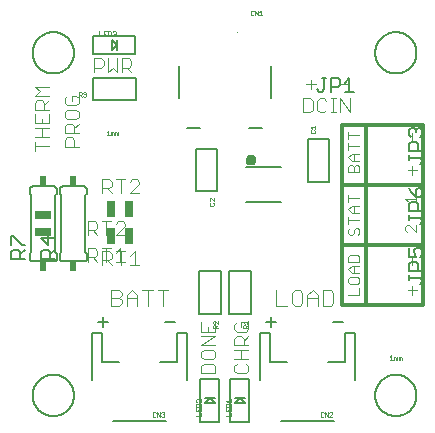
<source format=gbr>
G04 EAGLE Gerber RS-274X export*
G75*
%MOMM*%
%FSLAX34Y34*%
%LPD*%
%INSilkscreen Top*%
%IPPOS*%
%AMOC8*
5,1,8,0,0,1.08239X$1,22.5*%
G01*
%ADD10C,0.304800*%
%ADD11C,0.101600*%
%ADD12C,0.076200*%
%ADD13C,0.127000*%
%ADD14C,0.406400*%
%ADD15C,0.025400*%
%ADD16C,0.177800*%
%ADD17C,0.152400*%
%ADD18R,0.609600X0.863600*%
%ADD19R,0.650000X1.400000*%
%ADD20R,1.400000X0.650000*%


D10*
X342900Y208280D02*
X342900Y259080D01*
X294640Y259080D02*
X294640Y208280D01*
X294640Y157480D02*
X294640Y106680D01*
X342900Y106680D02*
X342900Y157480D01*
X342900Y259080D02*
X294640Y259080D01*
X294640Y106680D02*
X342900Y106680D01*
X342900Y208280D02*
X294640Y208280D01*
X342900Y208280D02*
X342900Y157480D01*
X294640Y157480D01*
X294640Y106680D02*
X274320Y106680D01*
X274320Y157480D01*
X294640Y157480D01*
X294640Y208280D01*
X274320Y208280D01*
X274320Y157480D01*
X274320Y259080D02*
X294640Y259080D01*
X274320Y259080D02*
X274320Y208280D01*
D11*
X218948Y119137D02*
X218948Y105918D01*
X227761Y105918D01*
X234248Y119137D02*
X238655Y119137D01*
X234248Y119137D02*
X232045Y116934D01*
X232045Y108121D01*
X234248Y105918D01*
X238655Y105918D01*
X240858Y108121D01*
X240858Y116934D01*
X238655Y119137D01*
X245143Y114731D02*
X245143Y105918D01*
X245143Y114731D02*
X249549Y119137D01*
X253955Y114731D01*
X253955Y105918D01*
X253955Y112528D02*
X245143Y112528D01*
X258240Y119137D02*
X258240Y105918D01*
X264849Y105918D01*
X267053Y108121D01*
X267053Y116934D01*
X264849Y119137D01*
X258240Y119137D01*
X79248Y119137D02*
X79248Y105918D01*
X79248Y119137D02*
X85858Y119137D01*
X88061Y116934D01*
X88061Y114731D01*
X85858Y112528D01*
X88061Y110324D01*
X88061Y108121D01*
X85858Y105918D01*
X79248Y105918D01*
X79248Y112528D02*
X85858Y112528D01*
X92345Y114731D02*
X92345Y105918D01*
X92345Y114731D02*
X96752Y119137D01*
X101158Y114731D01*
X101158Y105918D01*
X101158Y112528D02*
X92345Y112528D01*
X109849Y105918D02*
X109849Y119137D01*
X105443Y119137D02*
X114255Y119137D01*
X122946Y119137D02*
X122946Y105918D01*
X118540Y119137D02*
X127353Y119137D01*
X64818Y303578D02*
X64818Y315272D01*
X70665Y315272D01*
X72614Y313323D01*
X72614Y309425D01*
X70665Y307476D01*
X64818Y307476D01*
X76512Y303578D02*
X76512Y315272D01*
X80410Y307476D02*
X76512Y303578D01*
X80410Y307476D02*
X84308Y303578D01*
X84308Y315272D01*
X88206Y315272D02*
X88206Y303578D01*
X88206Y315272D02*
X94053Y315272D01*
X96002Y313323D01*
X96002Y309425D01*
X94053Y307476D01*
X88206Y307476D01*
X92104Y307476D02*
X96002Y303578D01*
X155438Y48768D02*
X167132Y48768D01*
X167132Y54615D01*
X165183Y56564D01*
X157387Y56564D01*
X155438Y54615D01*
X155438Y48768D01*
X155438Y62411D02*
X155438Y66309D01*
X155438Y62411D02*
X157387Y60462D01*
X165183Y60462D01*
X167132Y62411D01*
X167132Y66309D01*
X165183Y68258D01*
X157387Y68258D01*
X155438Y66309D01*
X155438Y72156D02*
X167132Y72156D01*
X167132Y79952D02*
X155438Y72156D01*
X155438Y79952D02*
X167132Y79952D01*
X155438Y83850D02*
X155438Y91646D01*
X155438Y83850D02*
X167132Y83850D01*
X167132Y91646D01*
X161285Y87748D02*
X161285Y83850D01*
X185327Y56564D02*
X183378Y54615D01*
X183378Y50717D01*
X185327Y48768D01*
X193123Y48768D01*
X195072Y50717D01*
X195072Y54615D01*
X193123Y56564D01*
X195072Y60462D02*
X183378Y60462D01*
X189225Y60462D02*
X189225Y68258D01*
X183378Y68258D02*
X195072Y68258D01*
X195072Y72156D02*
X183378Y72156D01*
X183378Y78003D01*
X185327Y79952D01*
X189225Y79952D01*
X191174Y78003D01*
X191174Y72156D01*
X191174Y76054D02*
X195072Y79952D01*
X185327Y91646D02*
X183378Y89697D01*
X183378Y85799D01*
X185327Y83850D01*
X193123Y83850D01*
X195072Y85799D01*
X195072Y89697D01*
X193123Y91646D01*
X189225Y91646D01*
X189225Y87748D01*
X71628Y201168D02*
X71628Y212862D01*
X77475Y212862D01*
X79424Y210913D01*
X79424Y207015D01*
X77475Y205066D01*
X71628Y205066D01*
X75526Y205066D02*
X79424Y201168D01*
X87220Y201168D02*
X87220Y212862D01*
X83322Y212862D02*
X91118Y212862D01*
X95016Y201168D02*
X102812Y201168D01*
X95016Y201168D02*
X102812Y208964D01*
X102812Y210913D01*
X100863Y212862D01*
X96965Y212862D01*
X95016Y210913D01*
X71628Y151902D02*
X71628Y140208D01*
X71628Y151902D02*
X77475Y151902D01*
X79424Y149953D01*
X79424Y146055D01*
X77475Y144106D01*
X71628Y144106D01*
X75526Y144106D02*
X79424Y140208D01*
X87220Y140208D02*
X87220Y151902D01*
X83322Y151902D02*
X91118Y151902D01*
X95016Y148004D02*
X98914Y151902D01*
X98914Y140208D01*
X95016Y140208D02*
X102812Y140208D01*
X244348Y293375D02*
X252144Y293375D01*
X248246Y297273D02*
X248246Y289477D01*
X272288Y293375D02*
X280084Y293375D01*
X241808Y281442D02*
X241808Y269748D01*
X247655Y269748D01*
X249604Y271697D01*
X249604Y279493D01*
X247655Y281442D01*
X241808Y281442D01*
X259349Y281442D02*
X261298Y279493D01*
X259349Y281442D02*
X255451Y281442D01*
X253502Y279493D01*
X253502Y271697D01*
X255451Y269748D01*
X259349Y269748D01*
X261298Y271697D01*
X265196Y269748D02*
X269094Y269748D01*
X267145Y269748D02*
X267145Y281442D01*
X265196Y281442D02*
X269094Y281442D01*
X272992Y281442D02*
X272992Y269748D01*
X280788Y269748D02*
X272992Y281442D01*
X280788Y281442D02*
X280788Y269748D01*
X334005Y122604D02*
X334005Y114808D01*
X330107Y118706D02*
X337903Y118706D01*
X334005Y140208D02*
X334005Y148004D01*
X334005Y216408D02*
X334005Y224204D01*
X330107Y220306D02*
X337903Y220306D01*
X334005Y244348D02*
X334005Y252144D01*
X26162Y240626D02*
X14468Y240626D01*
X14468Y236728D02*
X14468Y244524D01*
X14468Y248422D02*
X26162Y248422D01*
X20315Y248422D02*
X20315Y256218D01*
X14468Y256218D02*
X26162Y256218D01*
X14468Y260116D02*
X14468Y267912D01*
X14468Y260116D02*
X26162Y260116D01*
X26162Y267912D01*
X20315Y264014D02*
X20315Y260116D01*
X26162Y271810D02*
X14468Y271810D01*
X14468Y277657D01*
X16417Y279606D01*
X20315Y279606D01*
X22264Y277657D01*
X22264Y271810D01*
X22264Y275708D02*
X26162Y279606D01*
X26162Y283504D02*
X14468Y283504D01*
X18366Y287402D01*
X14468Y291300D01*
X26162Y291300D01*
X39868Y240538D02*
X51562Y240538D01*
X39868Y240538D02*
X39868Y246385D01*
X41817Y248334D01*
X45715Y248334D01*
X47664Y246385D01*
X47664Y240538D01*
X51562Y252232D02*
X39868Y252232D01*
X39868Y258079D01*
X41817Y260028D01*
X45715Y260028D01*
X47664Y258079D01*
X47664Y252232D01*
X47664Y256130D02*
X51562Y260028D01*
X39868Y265875D02*
X39868Y269773D01*
X39868Y265875D02*
X41817Y263926D01*
X49613Y263926D01*
X51562Y265875D01*
X51562Y269773D01*
X49613Y271722D01*
X41817Y271722D01*
X39868Y269773D01*
X39868Y281467D02*
X41817Y283416D01*
X39868Y281467D02*
X39868Y277569D01*
X41817Y275620D01*
X49613Y275620D01*
X51562Y277569D01*
X51562Y281467D01*
X49613Y283416D01*
X45715Y283416D01*
X45715Y279518D01*
D12*
X279773Y114681D02*
X289179Y114681D01*
X289179Y120952D01*
X279773Y125604D02*
X279773Y128739D01*
X279773Y125604D02*
X281341Y124036D01*
X287611Y124036D01*
X289179Y125604D01*
X289179Y128739D01*
X287611Y130307D01*
X281341Y130307D01*
X279773Y128739D01*
X282908Y133391D02*
X289179Y133391D01*
X282908Y133391D02*
X279773Y136527D01*
X282908Y139662D01*
X289179Y139662D01*
X284476Y139662D02*
X284476Y133391D01*
X279773Y142747D02*
X289179Y142747D01*
X289179Y147450D01*
X287611Y149017D01*
X281341Y149017D01*
X279773Y147450D01*
X279773Y142747D01*
X279773Y218821D02*
X289179Y218821D01*
X279773Y218821D02*
X279773Y223524D01*
X281341Y225092D01*
X282908Y225092D01*
X284476Y223524D01*
X286044Y225092D01*
X287611Y225092D01*
X289179Y223524D01*
X289179Y218821D01*
X284476Y218821D02*
X284476Y223524D01*
X282908Y228176D02*
X289179Y228176D01*
X282908Y228176D02*
X279773Y231312D01*
X282908Y234447D01*
X289179Y234447D01*
X284476Y234447D02*
X284476Y228176D01*
X289179Y240667D02*
X279773Y240667D01*
X279773Y243802D02*
X279773Y237531D01*
X279773Y250022D02*
X289179Y250022D01*
X279773Y246887D02*
X279773Y253157D01*
X281341Y171752D02*
X279773Y170184D01*
X279773Y167049D01*
X281341Y165481D01*
X282908Y165481D01*
X284476Y167049D01*
X284476Y170184D01*
X286044Y171752D01*
X287611Y171752D01*
X289179Y170184D01*
X289179Y167049D01*
X287611Y165481D01*
X289179Y177972D02*
X279773Y177972D01*
X279773Y181107D02*
X279773Y174836D01*
X282908Y184191D02*
X289179Y184191D01*
X282908Y184191D02*
X279773Y187327D01*
X282908Y190462D01*
X289179Y190462D01*
X284476Y190462D02*
X284476Y184191D01*
X289179Y196682D02*
X279773Y196682D01*
X279773Y193547D02*
X279773Y199817D01*
X328033Y196556D02*
X331168Y193421D01*
X328033Y196556D02*
X337439Y196556D01*
X337439Y193421D02*
X337439Y199692D01*
X337439Y174292D02*
X337439Y168021D01*
X331168Y174292D01*
X329601Y174292D01*
X328033Y172724D01*
X328033Y169589D01*
X329601Y168021D01*
D13*
X223120Y223600D02*
X193120Y223600D01*
X193120Y193600D02*
X223120Y193600D01*
D14*
X195120Y229600D02*
X195122Y229689D01*
X195128Y229778D01*
X195138Y229867D01*
X195152Y229955D01*
X195169Y230042D01*
X195191Y230128D01*
X195217Y230214D01*
X195246Y230298D01*
X195279Y230381D01*
X195315Y230462D01*
X195356Y230542D01*
X195399Y230619D01*
X195446Y230695D01*
X195497Y230768D01*
X195550Y230839D01*
X195607Y230908D01*
X195667Y230974D01*
X195730Y231038D01*
X195795Y231098D01*
X195863Y231156D01*
X195934Y231210D01*
X196007Y231261D01*
X196082Y231309D01*
X196159Y231354D01*
X196238Y231395D01*
X196319Y231432D01*
X196401Y231466D01*
X196485Y231497D01*
X196570Y231523D01*
X196656Y231546D01*
X196743Y231564D01*
X196831Y231579D01*
X196920Y231590D01*
X197009Y231597D01*
X197098Y231600D01*
X197187Y231599D01*
X197276Y231594D01*
X197364Y231585D01*
X197453Y231572D01*
X197540Y231555D01*
X197627Y231535D01*
X197713Y231510D01*
X197797Y231482D01*
X197880Y231450D01*
X197962Y231414D01*
X198042Y231375D01*
X198120Y231332D01*
X198196Y231286D01*
X198270Y231236D01*
X198342Y231183D01*
X198411Y231127D01*
X198478Y231068D01*
X198542Y231006D01*
X198603Y230942D01*
X198662Y230874D01*
X198717Y230804D01*
X198769Y230732D01*
X198818Y230657D01*
X198863Y230581D01*
X198905Y230502D01*
X198943Y230422D01*
X198978Y230340D01*
X199009Y230256D01*
X199037Y230171D01*
X199060Y230085D01*
X199080Y229998D01*
X199096Y229911D01*
X199108Y229822D01*
X199116Y229734D01*
X199120Y229645D01*
X199120Y229555D01*
X199116Y229466D01*
X199108Y229378D01*
X199096Y229289D01*
X199080Y229202D01*
X199060Y229115D01*
X199037Y229029D01*
X199009Y228944D01*
X198978Y228860D01*
X198943Y228778D01*
X198905Y228698D01*
X198863Y228619D01*
X198818Y228543D01*
X198769Y228468D01*
X198717Y228396D01*
X198662Y228326D01*
X198603Y228258D01*
X198542Y228194D01*
X198478Y228132D01*
X198411Y228073D01*
X198342Y228017D01*
X198270Y227964D01*
X198196Y227914D01*
X198120Y227868D01*
X198042Y227825D01*
X197962Y227786D01*
X197880Y227750D01*
X197797Y227718D01*
X197713Y227690D01*
X197627Y227665D01*
X197540Y227645D01*
X197453Y227628D01*
X197364Y227615D01*
X197276Y227606D01*
X197187Y227601D01*
X197098Y227600D01*
X197009Y227603D01*
X196920Y227610D01*
X196831Y227621D01*
X196743Y227636D01*
X196656Y227654D01*
X196570Y227677D01*
X196485Y227703D01*
X196401Y227734D01*
X196319Y227768D01*
X196238Y227805D01*
X196159Y227846D01*
X196082Y227891D01*
X196007Y227939D01*
X195934Y227990D01*
X195863Y228044D01*
X195795Y228102D01*
X195730Y228162D01*
X195667Y228226D01*
X195607Y228292D01*
X195550Y228361D01*
X195497Y228432D01*
X195446Y228505D01*
X195399Y228581D01*
X195356Y228658D01*
X195315Y228738D01*
X195279Y228819D01*
X195246Y228902D01*
X195217Y228986D01*
X195191Y229072D01*
X195169Y229158D01*
X195152Y229245D01*
X195138Y229333D01*
X195128Y229422D01*
X195122Y229511D01*
X195120Y229600D01*
D15*
X193247Y229540D02*
X193247Y226363D01*
X193883Y225727D01*
X195154Y225727D01*
X195789Y226363D01*
X195789Y229540D01*
X196989Y228269D02*
X198260Y229540D01*
X198260Y225727D01*
X196989Y225727D02*
X199531Y225727D01*
D11*
X185383Y337601D02*
X185382Y337601D01*
D13*
X214000Y308540D02*
X214000Y281540D01*
X136000Y281540D02*
X136000Y308540D01*
X196000Y256540D02*
X207000Y256540D01*
X154000Y256540D02*
X143000Y256540D01*
D15*
X199543Y354961D02*
X198907Y355596D01*
X197636Y355596D01*
X197001Y354961D01*
X197001Y352419D01*
X197636Y351783D01*
X198907Y351783D01*
X199543Y352419D01*
X200743Y351783D02*
X200743Y355596D01*
X203285Y351783D01*
X203285Y355596D01*
X204485Y354325D02*
X205756Y355596D01*
X205756Y351783D01*
X204485Y351783D02*
X207027Y351783D01*
D13*
X222610Y8100D02*
X267610Y8100D01*
X205110Y43100D02*
X205110Y83100D01*
X213610Y83100D01*
X213610Y58100D01*
X227610Y58100D01*
X262610Y58100D02*
X276610Y58100D01*
X276610Y83100D01*
X285110Y83100D01*
X285110Y43100D01*
D16*
X218346Y91953D02*
X210042Y91953D01*
X214194Y87801D02*
X214194Y96106D01*
X267192Y91953D02*
X275496Y91953D01*
D15*
X258142Y15751D02*
X258778Y15116D01*
X258142Y15751D02*
X256871Y15751D01*
X256236Y15116D01*
X256236Y12574D01*
X256871Y11938D01*
X258142Y11938D01*
X258778Y12574D01*
X259978Y11938D02*
X259978Y15751D01*
X262520Y11938D01*
X262520Y15751D01*
X263720Y11938D02*
X266262Y11938D01*
X263720Y11938D02*
X266262Y14480D01*
X266262Y15116D01*
X265627Y15751D01*
X264355Y15751D01*
X263720Y15116D01*
D13*
X187960Y27400D02*
X183960Y27400D01*
X187960Y27400D02*
X191960Y27400D01*
X187960Y27400D02*
X183960Y23400D01*
X191960Y23400D01*
X187960Y27400D01*
X193690Y7415D02*
X194930Y7415D01*
X193690Y7415D02*
X179960Y7415D01*
X179960Y43385D01*
X194930Y43385D01*
X194960Y43385D02*
X195960Y43385D01*
X195960Y7415D01*
X193690Y7415D01*
D15*
X180213Y12827D02*
X176400Y12827D01*
X180213Y12827D02*
X180213Y15369D01*
X176400Y16569D02*
X176400Y19111D01*
X176400Y16569D02*
X180213Y16569D01*
X180213Y19111D01*
X178306Y17840D02*
X178306Y16569D01*
X176400Y20311D02*
X180213Y20311D01*
X180213Y22218D01*
X179577Y22853D01*
X177035Y22853D01*
X176400Y22218D01*
X176400Y20311D01*
X177671Y24053D02*
X176400Y25324D01*
X180213Y25324D01*
X180213Y24053D02*
X180213Y26595D01*
D13*
X162560Y27400D02*
X158560Y27400D01*
X162560Y27400D02*
X166560Y27400D01*
X162560Y27400D02*
X158560Y23400D01*
X166560Y23400D01*
X162560Y27400D01*
X168290Y7415D02*
X169530Y7415D01*
X168290Y7415D02*
X154560Y7415D01*
X154560Y43385D01*
X169530Y43385D01*
X169560Y43385D02*
X170560Y43385D01*
X170560Y7415D01*
X168290Y7415D01*
D15*
X154813Y12827D02*
X151000Y12827D01*
X154813Y12827D02*
X154813Y15369D01*
X151000Y16569D02*
X151000Y19111D01*
X151000Y16569D02*
X154813Y16569D01*
X154813Y19111D01*
X152906Y17840D02*
X152906Y16569D01*
X151000Y20311D02*
X154813Y20311D01*
X154813Y22218D01*
X154177Y22853D01*
X151635Y22853D01*
X151000Y22218D01*
X151000Y20311D01*
X154813Y24053D02*
X154813Y26595D01*
X154813Y24053D02*
X152271Y26595D01*
X151635Y26595D01*
X151000Y25960D01*
X151000Y24689D01*
X151635Y24053D01*
D13*
X178960Y98840D02*
X196960Y98840D01*
X178960Y98840D02*
X178960Y134840D01*
X196960Y134840D01*
X196960Y98840D01*
D15*
X194437Y86623D02*
X190624Y86623D01*
X190624Y88529D01*
X191259Y89165D01*
X192530Y89165D01*
X193166Y88529D01*
X193166Y86623D01*
X193166Y87894D02*
X194437Y89165D01*
X191895Y90365D02*
X190624Y91636D01*
X194437Y91636D01*
X194437Y90365D02*
X194437Y92907D01*
D13*
X171560Y98840D02*
X153560Y98840D01*
X153560Y134840D01*
X171560Y134840D01*
X171560Y98840D01*
D15*
X169037Y86623D02*
X165224Y86623D01*
X165224Y88529D01*
X165859Y89165D01*
X167130Y89165D01*
X167766Y88529D01*
X167766Y86623D01*
X167766Y87894D02*
X169037Y89165D01*
X169037Y90365D02*
X169037Y92907D01*
X169037Y90365D02*
X166495Y92907D01*
X165859Y92907D01*
X165224Y92272D01*
X165224Y91000D01*
X165859Y90365D01*
D13*
X83600Y326550D02*
X83600Y330550D01*
X83600Y326550D02*
X83600Y322550D01*
X83600Y326550D02*
X79600Y330550D01*
X79600Y322550D01*
X83600Y326550D01*
X63615Y320820D02*
X63615Y319580D01*
X63615Y320820D02*
X63615Y334550D01*
X99585Y334550D01*
X99585Y319580D01*
X99585Y319550D02*
X99585Y318550D01*
X63615Y318550D01*
X63615Y320820D01*
D15*
X69027Y334297D02*
X69027Y338110D01*
X69027Y334297D02*
X71569Y334297D01*
X72769Y338110D02*
X75311Y338110D01*
X72769Y338110D02*
X72769Y334297D01*
X75311Y334297D01*
X74040Y336204D02*
X72769Y336204D01*
X76511Y338110D02*
X76511Y334297D01*
X78418Y334297D01*
X79053Y334933D01*
X79053Y337475D01*
X78418Y338110D01*
X76511Y338110D01*
X80253Y337475D02*
X80889Y338110D01*
X82160Y338110D01*
X82795Y337475D01*
X82795Y336839D01*
X82160Y336204D01*
X81524Y336204D01*
X82160Y336204D02*
X82795Y335568D01*
X82795Y334933D01*
X82160Y334297D01*
X80889Y334297D01*
X80253Y334933D01*
D13*
X63600Y298400D02*
X63600Y280400D01*
X63600Y298400D02*
X99600Y298400D01*
X99600Y280400D01*
X63600Y280400D01*
D15*
X51383Y282923D02*
X51383Y286736D01*
X53289Y286736D01*
X53925Y286101D01*
X53925Y284830D01*
X53289Y284194D01*
X51383Y284194D01*
X52654Y284194D02*
X53925Y282923D01*
X55125Y286101D02*
X55760Y286736D01*
X57032Y286736D01*
X57667Y286101D01*
X57667Y285465D01*
X57032Y284830D01*
X56396Y284830D01*
X57032Y284830D02*
X57667Y284194D01*
X57667Y283559D01*
X57032Y282923D01*
X55760Y282923D01*
X55125Y283559D01*
D13*
X80370Y8100D02*
X125370Y8100D01*
X62870Y43100D02*
X62870Y83100D01*
X71370Y83100D01*
X71370Y58100D01*
X85370Y58100D01*
X120370Y58100D02*
X134370Y58100D01*
X134370Y83100D01*
X142870Y83100D01*
X142870Y43100D01*
D16*
X76106Y91953D02*
X67802Y91953D01*
X71954Y87801D02*
X71954Y96106D01*
X124952Y91953D02*
X133256Y91953D01*
D15*
X115902Y15751D02*
X116538Y15116D01*
X115902Y15751D02*
X114631Y15751D01*
X113996Y15116D01*
X113996Y12574D01*
X114631Y11938D01*
X115902Y11938D01*
X116538Y12574D01*
X117738Y11938D02*
X117738Y15751D01*
X120280Y11938D01*
X120280Y15751D01*
X121480Y15116D02*
X122115Y15751D01*
X123387Y15751D01*
X124022Y15116D01*
X124022Y14480D01*
X123387Y13845D01*
X122751Y13845D01*
X123387Y13845D02*
X124022Y13209D01*
X124022Y12574D01*
X123387Y11938D01*
X122115Y11938D01*
X121480Y12574D01*
D17*
X38100Y143510D02*
X38000Y143512D01*
X37901Y143518D01*
X37801Y143528D01*
X37703Y143541D01*
X37604Y143559D01*
X37507Y143580D01*
X37411Y143605D01*
X37315Y143634D01*
X37221Y143667D01*
X37128Y143703D01*
X37037Y143743D01*
X36947Y143787D01*
X36859Y143834D01*
X36773Y143884D01*
X36689Y143938D01*
X36607Y143995D01*
X36528Y144055D01*
X36450Y144119D01*
X36376Y144185D01*
X36304Y144254D01*
X36235Y144326D01*
X36169Y144400D01*
X36105Y144478D01*
X36045Y144557D01*
X35988Y144639D01*
X35934Y144723D01*
X35884Y144809D01*
X35837Y144897D01*
X35793Y144987D01*
X35753Y145078D01*
X35717Y145171D01*
X35684Y145265D01*
X35655Y145361D01*
X35630Y145457D01*
X35609Y145554D01*
X35591Y145653D01*
X35578Y145751D01*
X35568Y145851D01*
X35562Y145950D01*
X35560Y146050D01*
X55880Y143510D02*
X55980Y143512D01*
X56079Y143518D01*
X56179Y143528D01*
X56277Y143541D01*
X56376Y143559D01*
X56473Y143580D01*
X56569Y143605D01*
X56665Y143634D01*
X56759Y143667D01*
X56852Y143703D01*
X56943Y143743D01*
X57033Y143787D01*
X57121Y143834D01*
X57207Y143884D01*
X57291Y143938D01*
X57373Y143995D01*
X57452Y144055D01*
X57530Y144119D01*
X57604Y144185D01*
X57676Y144254D01*
X57745Y144326D01*
X57811Y144400D01*
X57875Y144478D01*
X57935Y144557D01*
X57992Y144639D01*
X58046Y144723D01*
X58096Y144809D01*
X58143Y144897D01*
X58187Y144987D01*
X58227Y145078D01*
X58263Y145171D01*
X58296Y145265D01*
X58325Y145361D01*
X58350Y145457D01*
X58371Y145554D01*
X58389Y145653D01*
X58402Y145751D01*
X58412Y145851D01*
X58418Y145950D01*
X58420Y146050D01*
X58420Y204470D02*
X58418Y204570D01*
X58412Y204669D01*
X58402Y204769D01*
X58389Y204867D01*
X58371Y204966D01*
X58350Y205063D01*
X58325Y205159D01*
X58296Y205255D01*
X58263Y205349D01*
X58227Y205442D01*
X58187Y205533D01*
X58143Y205623D01*
X58096Y205711D01*
X58046Y205797D01*
X57992Y205881D01*
X57935Y205963D01*
X57875Y206042D01*
X57811Y206120D01*
X57745Y206194D01*
X57676Y206266D01*
X57604Y206335D01*
X57530Y206401D01*
X57452Y206465D01*
X57373Y206525D01*
X57291Y206582D01*
X57207Y206636D01*
X57121Y206686D01*
X57033Y206733D01*
X56943Y206777D01*
X56852Y206817D01*
X56759Y206853D01*
X56665Y206886D01*
X56569Y206915D01*
X56473Y206940D01*
X56376Y206961D01*
X56277Y206979D01*
X56179Y206992D01*
X56079Y207002D01*
X55980Y207008D01*
X55880Y207010D01*
X38100Y207010D02*
X38000Y207008D01*
X37901Y207002D01*
X37801Y206992D01*
X37703Y206979D01*
X37604Y206961D01*
X37507Y206940D01*
X37411Y206915D01*
X37315Y206886D01*
X37221Y206853D01*
X37128Y206817D01*
X37037Y206777D01*
X36947Y206733D01*
X36859Y206686D01*
X36773Y206636D01*
X36689Y206582D01*
X36607Y206525D01*
X36528Y206465D01*
X36450Y206401D01*
X36376Y206335D01*
X36304Y206266D01*
X36235Y206194D01*
X36169Y206120D01*
X36105Y206042D01*
X36045Y205963D01*
X35988Y205881D01*
X35934Y205797D01*
X35884Y205711D01*
X35837Y205623D01*
X35793Y205533D01*
X35753Y205442D01*
X35717Y205349D01*
X35684Y205255D01*
X35655Y205159D01*
X35630Y205063D01*
X35609Y204966D01*
X35591Y204867D01*
X35578Y204769D01*
X35568Y204669D01*
X35562Y204570D01*
X35560Y204470D01*
X38100Y143510D02*
X55880Y143510D01*
X35560Y146050D02*
X35560Y149860D01*
X36830Y151130D01*
X58420Y149860D02*
X58420Y146050D01*
X58420Y149860D02*
X57150Y151130D01*
X36830Y199390D02*
X35560Y200660D01*
X36830Y199390D02*
X36830Y151130D01*
X57150Y199390D02*
X58420Y200660D01*
X57150Y199390D02*
X57150Y151130D01*
X35560Y200660D02*
X35560Y204470D01*
X58420Y204470D02*
X58420Y200660D01*
X55880Y207010D02*
X38100Y207010D01*
D18*
X46990Y211328D03*
X46990Y139192D03*
D13*
X31115Y145415D02*
X19675Y145415D01*
X19675Y151135D01*
X21582Y153042D01*
X25395Y153042D01*
X27302Y151135D01*
X27302Y145415D01*
X27302Y149228D02*
X31115Y153042D01*
X31115Y162829D02*
X19675Y162829D01*
X25395Y157109D01*
X25395Y164735D01*
D15*
X75047Y252509D02*
X76318Y253780D01*
X76318Y249967D01*
X75047Y249967D02*
X77589Y249967D01*
X78789Y249967D02*
X78789Y252509D01*
X79425Y252509D01*
X80060Y251874D01*
X80060Y249967D01*
X80060Y251874D02*
X80696Y252509D01*
X81331Y251874D01*
X81331Y249967D01*
X82531Y249967D02*
X82531Y252509D01*
X83167Y252509D01*
X83802Y251874D01*
X83802Y249967D01*
X83802Y251874D02*
X84438Y252509D01*
X85073Y251874D01*
X85073Y249967D01*
D13*
X340866Y225395D02*
X342773Y227302D01*
X342773Y229208D01*
X340866Y231115D01*
X331333Y231115D01*
X331333Y229208D02*
X331333Y233022D01*
X331333Y237089D02*
X342773Y237089D01*
X331333Y237089D02*
X331333Y242809D01*
X333240Y244716D01*
X337053Y244716D01*
X338960Y242809D01*
X338960Y237089D01*
X333240Y248783D02*
X331333Y250690D01*
X331333Y254503D01*
X333240Y256409D01*
X335147Y256409D01*
X337053Y254503D01*
X337053Y252596D01*
X337053Y254503D02*
X338960Y256409D01*
X340866Y256409D01*
X342773Y254503D01*
X342773Y250690D01*
X340866Y248783D01*
D15*
X316318Y63780D02*
X315047Y62509D01*
X316318Y63780D02*
X316318Y59967D01*
X315047Y59967D02*
X317589Y59967D01*
X318789Y59967D02*
X318789Y62509D01*
X319425Y62509D01*
X320060Y61874D01*
X320060Y59967D01*
X320060Y61874D02*
X320696Y62509D01*
X321331Y61874D01*
X321331Y59967D01*
X322531Y59967D02*
X322531Y62509D01*
X323167Y62509D01*
X323802Y61874D01*
X323802Y59967D01*
X323802Y61874D02*
X324438Y62509D01*
X325073Y61874D01*
X325073Y59967D01*
D13*
X340866Y123795D02*
X342773Y125702D01*
X342773Y127608D01*
X340866Y129515D01*
X331333Y129515D01*
X331333Y127608D02*
X331333Y131422D01*
X331333Y135489D02*
X342773Y135489D01*
X331333Y135489D02*
X331333Y141209D01*
X333240Y143116D01*
X337053Y143116D01*
X338960Y141209D01*
X338960Y135489D01*
X331333Y147183D02*
X331333Y154809D01*
X331333Y147183D02*
X337053Y147183D01*
X335147Y150996D01*
X335147Y152903D01*
X337053Y154809D01*
X340866Y154809D01*
X342773Y152903D01*
X342773Y149090D01*
X340866Y147183D01*
X168700Y202820D02*
X150700Y202820D01*
X150700Y238820D01*
X168700Y238820D01*
X168700Y202820D01*
D15*
X162999Y193145D02*
X162364Y192509D01*
X162364Y191238D01*
X162999Y190603D01*
X165541Y190603D01*
X166177Y191238D01*
X166177Y192509D01*
X165541Y193145D01*
X166177Y194345D02*
X166177Y196887D01*
X166177Y194345D02*
X163635Y196887D01*
X162999Y196887D01*
X162364Y196252D01*
X162364Y194980D01*
X162999Y194345D01*
D13*
X245320Y246760D02*
X263320Y246760D01*
X263320Y210760D01*
X245320Y210760D01*
X245320Y246760D01*
D15*
X247840Y253654D02*
X248475Y254289D01*
X247840Y253654D02*
X247840Y252383D01*
X248475Y251747D01*
X251017Y251747D01*
X251653Y252383D01*
X251653Y253654D01*
X251017Y254289D01*
X249111Y255489D02*
X247840Y256760D01*
X251653Y256760D01*
X251653Y255489D02*
X251653Y258031D01*
D17*
X302500Y30000D02*
X302505Y30429D01*
X302521Y30859D01*
X302547Y31287D01*
X302584Y31715D01*
X302632Y32142D01*
X302689Y32568D01*
X302758Y32992D01*
X302836Y33414D01*
X302925Y33834D01*
X303024Y34252D01*
X303134Y34667D01*
X303254Y35080D01*
X303383Y35489D01*
X303523Y35896D01*
X303673Y36298D01*
X303832Y36697D01*
X304001Y37092D01*
X304180Y37482D01*
X304369Y37868D01*
X304566Y38249D01*
X304773Y38626D01*
X304990Y38997D01*
X305215Y39362D01*
X305449Y39722D01*
X305692Y40077D01*
X305944Y40425D01*
X306204Y40767D01*
X306472Y41102D01*
X306749Y41431D01*
X307033Y41752D01*
X307326Y42067D01*
X307626Y42374D01*
X307933Y42674D01*
X308248Y42967D01*
X308569Y43251D01*
X308898Y43528D01*
X309233Y43796D01*
X309575Y44056D01*
X309923Y44308D01*
X310278Y44551D01*
X310638Y44785D01*
X311003Y45010D01*
X311374Y45227D01*
X311751Y45434D01*
X312132Y45631D01*
X312518Y45820D01*
X312908Y45999D01*
X313303Y46168D01*
X313702Y46327D01*
X314104Y46477D01*
X314511Y46617D01*
X314920Y46746D01*
X315333Y46866D01*
X315748Y46976D01*
X316166Y47075D01*
X316586Y47164D01*
X317008Y47242D01*
X317432Y47311D01*
X317858Y47368D01*
X318285Y47416D01*
X318713Y47453D01*
X319141Y47479D01*
X319571Y47495D01*
X320000Y47500D01*
X320429Y47495D01*
X320859Y47479D01*
X321287Y47453D01*
X321715Y47416D01*
X322142Y47368D01*
X322568Y47311D01*
X322992Y47242D01*
X323414Y47164D01*
X323834Y47075D01*
X324252Y46976D01*
X324667Y46866D01*
X325080Y46746D01*
X325489Y46617D01*
X325896Y46477D01*
X326298Y46327D01*
X326697Y46168D01*
X327092Y45999D01*
X327482Y45820D01*
X327868Y45631D01*
X328249Y45434D01*
X328626Y45227D01*
X328997Y45010D01*
X329362Y44785D01*
X329722Y44551D01*
X330077Y44308D01*
X330425Y44056D01*
X330767Y43796D01*
X331102Y43528D01*
X331431Y43251D01*
X331752Y42967D01*
X332067Y42674D01*
X332374Y42374D01*
X332674Y42067D01*
X332967Y41752D01*
X333251Y41431D01*
X333528Y41102D01*
X333796Y40767D01*
X334056Y40425D01*
X334308Y40077D01*
X334551Y39722D01*
X334785Y39362D01*
X335010Y38997D01*
X335227Y38626D01*
X335434Y38249D01*
X335631Y37868D01*
X335820Y37482D01*
X335999Y37092D01*
X336168Y36697D01*
X336327Y36298D01*
X336477Y35896D01*
X336617Y35489D01*
X336746Y35080D01*
X336866Y34667D01*
X336976Y34252D01*
X337075Y33834D01*
X337164Y33414D01*
X337242Y32992D01*
X337311Y32568D01*
X337368Y32142D01*
X337416Y31715D01*
X337453Y31287D01*
X337479Y30859D01*
X337495Y30429D01*
X337500Y30000D01*
X337495Y29571D01*
X337479Y29141D01*
X337453Y28713D01*
X337416Y28285D01*
X337368Y27858D01*
X337311Y27432D01*
X337242Y27008D01*
X337164Y26586D01*
X337075Y26166D01*
X336976Y25748D01*
X336866Y25333D01*
X336746Y24920D01*
X336617Y24511D01*
X336477Y24104D01*
X336327Y23702D01*
X336168Y23303D01*
X335999Y22908D01*
X335820Y22518D01*
X335631Y22132D01*
X335434Y21751D01*
X335227Y21374D01*
X335010Y21003D01*
X334785Y20638D01*
X334551Y20278D01*
X334308Y19923D01*
X334056Y19575D01*
X333796Y19233D01*
X333528Y18898D01*
X333251Y18569D01*
X332967Y18248D01*
X332674Y17933D01*
X332374Y17626D01*
X332067Y17326D01*
X331752Y17033D01*
X331431Y16749D01*
X331102Y16472D01*
X330767Y16204D01*
X330425Y15944D01*
X330077Y15692D01*
X329722Y15449D01*
X329362Y15215D01*
X328997Y14990D01*
X328626Y14773D01*
X328249Y14566D01*
X327868Y14369D01*
X327482Y14180D01*
X327092Y14001D01*
X326697Y13832D01*
X326298Y13673D01*
X325896Y13523D01*
X325489Y13383D01*
X325080Y13254D01*
X324667Y13134D01*
X324252Y13024D01*
X323834Y12925D01*
X323414Y12836D01*
X322992Y12758D01*
X322568Y12689D01*
X322142Y12632D01*
X321715Y12584D01*
X321287Y12547D01*
X320859Y12521D01*
X320429Y12505D01*
X320000Y12500D01*
X319571Y12505D01*
X319141Y12521D01*
X318713Y12547D01*
X318285Y12584D01*
X317858Y12632D01*
X317432Y12689D01*
X317008Y12758D01*
X316586Y12836D01*
X316166Y12925D01*
X315748Y13024D01*
X315333Y13134D01*
X314920Y13254D01*
X314511Y13383D01*
X314104Y13523D01*
X313702Y13673D01*
X313303Y13832D01*
X312908Y14001D01*
X312518Y14180D01*
X312132Y14369D01*
X311751Y14566D01*
X311374Y14773D01*
X311003Y14990D01*
X310638Y15215D01*
X310278Y15449D01*
X309923Y15692D01*
X309575Y15944D01*
X309233Y16204D01*
X308898Y16472D01*
X308569Y16749D01*
X308248Y17033D01*
X307933Y17326D01*
X307626Y17626D01*
X307326Y17933D01*
X307033Y18248D01*
X306749Y18569D01*
X306472Y18898D01*
X306204Y19233D01*
X305944Y19575D01*
X305692Y19923D01*
X305449Y20278D01*
X305215Y20638D01*
X304990Y21003D01*
X304773Y21374D01*
X304566Y21751D01*
X304369Y22132D01*
X304180Y22518D01*
X304001Y22908D01*
X303832Y23303D01*
X303673Y23702D01*
X303523Y24104D01*
X303383Y24511D01*
X303254Y24920D01*
X303134Y25333D01*
X303024Y25748D01*
X302925Y26166D01*
X302836Y26586D01*
X302758Y27008D01*
X302689Y27432D01*
X302632Y27858D01*
X302584Y28285D01*
X302547Y28713D01*
X302521Y29141D01*
X302505Y29571D01*
X302500Y30000D01*
X302500Y320000D02*
X302505Y320429D01*
X302521Y320859D01*
X302547Y321287D01*
X302584Y321715D01*
X302632Y322142D01*
X302689Y322568D01*
X302758Y322992D01*
X302836Y323414D01*
X302925Y323834D01*
X303024Y324252D01*
X303134Y324667D01*
X303254Y325080D01*
X303383Y325489D01*
X303523Y325896D01*
X303673Y326298D01*
X303832Y326697D01*
X304001Y327092D01*
X304180Y327482D01*
X304369Y327868D01*
X304566Y328249D01*
X304773Y328626D01*
X304990Y328997D01*
X305215Y329362D01*
X305449Y329722D01*
X305692Y330077D01*
X305944Y330425D01*
X306204Y330767D01*
X306472Y331102D01*
X306749Y331431D01*
X307033Y331752D01*
X307326Y332067D01*
X307626Y332374D01*
X307933Y332674D01*
X308248Y332967D01*
X308569Y333251D01*
X308898Y333528D01*
X309233Y333796D01*
X309575Y334056D01*
X309923Y334308D01*
X310278Y334551D01*
X310638Y334785D01*
X311003Y335010D01*
X311374Y335227D01*
X311751Y335434D01*
X312132Y335631D01*
X312518Y335820D01*
X312908Y335999D01*
X313303Y336168D01*
X313702Y336327D01*
X314104Y336477D01*
X314511Y336617D01*
X314920Y336746D01*
X315333Y336866D01*
X315748Y336976D01*
X316166Y337075D01*
X316586Y337164D01*
X317008Y337242D01*
X317432Y337311D01*
X317858Y337368D01*
X318285Y337416D01*
X318713Y337453D01*
X319141Y337479D01*
X319571Y337495D01*
X320000Y337500D01*
X320429Y337495D01*
X320859Y337479D01*
X321287Y337453D01*
X321715Y337416D01*
X322142Y337368D01*
X322568Y337311D01*
X322992Y337242D01*
X323414Y337164D01*
X323834Y337075D01*
X324252Y336976D01*
X324667Y336866D01*
X325080Y336746D01*
X325489Y336617D01*
X325896Y336477D01*
X326298Y336327D01*
X326697Y336168D01*
X327092Y335999D01*
X327482Y335820D01*
X327868Y335631D01*
X328249Y335434D01*
X328626Y335227D01*
X328997Y335010D01*
X329362Y334785D01*
X329722Y334551D01*
X330077Y334308D01*
X330425Y334056D01*
X330767Y333796D01*
X331102Y333528D01*
X331431Y333251D01*
X331752Y332967D01*
X332067Y332674D01*
X332374Y332374D01*
X332674Y332067D01*
X332967Y331752D01*
X333251Y331431D01*
X333528Y331102D01*
X333796Y330767D01*
X334056Y330425D01*
X334308Y330077D01*
X334551Y329722D01*
X334785Y329362D01*
X335010Y328997D01*
X335227Y328626D01*
X335434Y328249D01*
X335631Y327868D01*
X335820Y327482D01*
X335999Y327092D01*
X336168Y326697D01*
X336327Y326298D01*
X336477Y325896D01*
X336617Y325489D01*
X336746Y325080D01*
X336866Y324667D01*
X336976Y324252D01*
X337075Y323834D01*
X337164Y323414D01*
X337242Y322992D01*
X337311Y322568D01*
X337368Y322142D01*
X337416Y321715D01*
X337453Y321287D01*
X337479Y320859D01*
X337495Y320429D01*
X337500Y320000D01*
X337495Y319571D01*
X337479Y319141D01*
X337453Y318713D01*
X337416Y318285D01*
X337368Y317858D01*
X337311Y317432D01*
X337242Y317008D01*
X337164Y316586D01*
X337075Y316166D01*
X336976Y315748D01*
X336866Y315333D01*
X336746Y314920D01*
X336617Y314511D01*
X336477Y314104D01*
X336327Y313702D01*
X336168Y313303D01*
X335999Y312908D01*
X335820Y312518D01*
X335631Y312132D01*
X335434Y311751D01*
X335227Y311374D01*
X335010Y311003D01*
X334785Y310638D01*
X334551Y310278D01*
X334308Y309923D01*
X334056Y309575D01*
X333796Y309233D01*
X333528Y308898D01*
X333251Y308569D01*
X332967Y308248D01*
X332674Y307933D01*
X332374Y307626D01*
X332067Y307326D01*
X331752Y307033D01*
X331431Y306749D01*
X331102Y306472D01*
X330767Y306204D01*
X330425Y305944D01*
X330077Y305692D01*
X329722Y305449D01*
X329362Y305215D01*
X328997Y304990D01*
X328626Y304773D01*
X328249Y304566D01*
X327868Y304369D01*
X327482Y304180D01*
X327092Y304001D01*
X326697Y303832D01*
X326298Y303673D01*
X325896Y303523D01*
X325489Y303383D01*
X325080Y303254D01*
X324667Y303134D01*
X324252Y303024D01*
X323834Y302925D01*
X323414Y302836D01*
X322992Y302758D01*
X322568Y302689D01*
X322142Y302632D01*
X321715Y302584D01*
X321287Y302547D01*
X320859Y302521D01*
X320429Y302505D01*
X320000Y302500D01*
X319571Y302505D01*
X319141Y302521D01*
X318713Y302547D01*
X318285Y302584D01*
X317858Y302632D01*
X317432Y302689D01*
X317008Y302758D01*
X316586Y302836D01*
X316166Y302925D01*
X315748Y303024D01*
X315333Y303134D01*
X314920Y303254D01*
X314511Y303383D01*
X314104Y303523D01*
X313702Y303673D01*
X313303Y303832D01*
X312908Y304001D01*
X312518Y304180D01*
X312132Y304369D01*
X311751Y304566D01*
X311374Y304773D01*
X311003Y304990D01*
X310638Y305215D01*
X310278Y305449D01*
X309923Y305692D01*
X309575Y305944D01*
X309233Y306204D01*
X308898Y306472D01*
X308569Y306749D01*
X308248Y307033D01*
X307933Y307326D01*
X307626Y307626D01*
X307326Y307933D01*
X307033Y308248D01*
X306749Y308569D01*
X306472Y308898D01*
X306204Y309233D01*
X305944Y309575D01*
X305692Y309923D01*
X305449Y310278D01*
X305215Y310638D01*
X304990Y311003D01*
X304773Y311374D01*
X304566Y311751D01*
X304369Y312132D01*
X304180Y312518D01*
X304001Y312908D01*
X303832Y313303D01*
X303673Y313702D01*
X303523Y314104D01*
X303383Y314511D01*
X303254Y314920D01*
X303134Y315333D01*
X303024Y315748D01*
X302925Y316166D01*
X302836Y316586D01*
X302758Y317008D01*
X302689Y317432D01*
X302632Y317858D01*
X302584Y318285D01*
X302547Y318713D01*
X302521Y319141D01*
X302505Y319571D01*
X302500Y320000D01*
X12500Y320000D02*
X12505Y320429D01*
X12521Y320859D01*
X12547Y321287D01*
X12584Y321715D01*
X12632Y322142D01*
X12689Y322568D01*
X12758Y322992D01*
X12836Y323414D01*
X12925Y323834D01*
X13024Y324252D01*
X13134Y324667D01*
X13254Y325080D01*
X13383Y325489D01*
X13523Y325896D01*
X13673Y326298D01*
X13832Y326697D01*
X14001Y327092D01*
X14180Y327482D01*
X14369Y327868D01*
X14566Y328249D01*
X14773Y328626D01*
X14990Y328997D01*
X15215Y329362D01*
X15449Y329722D01*
X15692Y330077D01*
X15944Y330425D01*
X16204Y330767D01*
X16472Y331102D01*
X16749Y331431D01*
X17033Y331752D01*
X17326Y332067D01*
X17626Y332374D01*
X17933Y332674D01*
X18248Y332967D01*
X18569Y333251D01*
X18898Y333528D01*
X19233Y333796D01*
X19575Y334056D01*
X19923Y334308D01*
X20278Y334551D01*
X20638Y334785D01*
X21003Y335010D01*
X21374Y335227D01*
X21751Y335434D01*
X22132Y335631D01*
X22518Y335820D01*
X22908Y335999D01*
X23303Y336168D01*
X23702Y336327D01*
X24104Y336477D01*
X24511Y336617D01*
X24920Y336746D01*
X25333Y336866D01*
X25748Y336976D01*
X26166Y337075D01*
X26586Y337164D01*
X27008Y337242D01*
X27432Y337311D01*
X27858Y337368D01*
X28285Y337416D01*
X28713Y337453D01*
X29141Y337479D01*
X29571Y337495D01*
X30000Y337500D01*
X30429Y337495D01*
X30859Y337479D01*
X31287Y337453D01*
X31715Y337416D01*
X32142Y337368D01*
X32568Y337311D01*
X32992Y337242D01*
X33414Y337164D01*
X33834Y337075D01*
X34252Y336976D01*
X34667Y336866D01*
X35080Y336746D01*
X35489Y336617D01*
X35896Y336477D01*
X36298Y336327D01*
X36697Y336168D01*
X37092Y335999D01*
X37482Y335820D01*
X37868Y335631D01*
X38249Y335434D01*
X38626Y335227D01*
X38997Y335010D01*
X39362Y334785D01*
X39722Y334551D01*
X40077Y334308D01*
X40425Y334056D01*
X40767Y333796D01*
X41102Y333528D01*
X41431Y333251D01*
X41752Y332967D01*
X42067Y332674D01*
X42374Y332374D01*
X42674Y332067D01*
X42967Y331752D01*
X43251Y331431D01*
X43528Y331102D01*
X43796Y330767D01*
X44056Y330425D01*
X44308Y330077D01*
X44551Y329722D01*
X44785Y329362D01*
X45010Y328997D01*
X45227Y328626D01*
X45434Y328249D01*
X45631Y327868D01*
X45820Y327482D01*
X45999Y327092D01*
X46168Y326697D01*
X46327Y326298D01*
X46477Y325896D01*
X46617Y325489D01*
X46746Y325080D01*
X46866Y324667D01*
X46976Y324252D01*
X47075Y323834D01*
X47164Y323414D01*
X47242Y322992D01*
X47311Y322568D01*
X47368Y322142D01*
X47416Y321715D01*
X47453Y321287D01*
X47479Y320859D01*
X47495Y320429D01*
X47500Y320000D01*
X47495Y319571D01*
X47479Y319141D01*
X47453Y318713D01*
X47416Y318285D01*
X47368Y317858D01*
X47311Y317432D01*
X47242Y317008D01*
X47164Y316586D01*
X47075Y316166D01*
X46976Y315748D01*
X46866Y315333D01*
X46746Y314920D01*
X46617Y314511D01*
X46477Y314104D01*
X46327Y313702D01*
X46168Y313303D01*
X45999Y312908D01*
X45820Y312518D01*
X45631Y312132D01*
X45434Y311751D01*
X45227Y311374D01*
X45010Y311003D01*
X44785Y310638D01*
X44551Y310278D01*
X44308Y309923D01*
X44056Y309575D01*
X43796Y309233D01*
X43528Y308898D01*
X43251Y308569D01*
X42967Y308248D01*
X42674Y307933D01*
X42374Y307626D01*
X42067Y307326D01*
X41752Y307033D01*
X41431Y306749D01*
X41102Y306472D01*
X40767Y306204D01*
X40425Y305944D01*
X40077Y305692D01*
X39722Y305449D01*
X39362Y305215D01*
X38997Y304990D01*
X38626Y304773D01*
X38249Y304566D01*
X37868Y304369D01*
X37482Y304180D01*
X37092Y304001D01*
X36697Y303832D01*
X36298Y303673D01*
X35896Y303523D01*
X35489Y303383D01*
X35080Y303254D01*
X34667Y303134D01*
X34252Y303024D01*
X33834Y302925D01*
X33414Y302836D01*
X32992Y302758D01*
X32568Y302689D01*
X32142Y302632D01*
X31715Y302584D01*
X31287Y302547D01*
X30859Y302521D01*
X30429Y302505D01*
X30000Y302500D01*
X29571Y302505D01*
X29141Y302521D01*
X28713Y302547D01*
X28285Y302584D01*
X27858Y302632D01*
X27432Y302689D01*
X27008Y302758D01*
X26586Y302836D01*
X26166Y302925D01*
X25748Y303024D01*
X25333Y303134D01*
X24920Y303254D01*
X24511Y303383D01*
X24104Y303523D01*
X23702Y303673D01*
X23303Y303832D01*
X22908Y304001D01*
X22518Y304180D01*
X22132Y304369D01*
X21751Y304566D01*
X21374Y304773D01*
X21003Y304990D01*
X20638Y305215D01*
X20278Y305449D01*
X19923Y305692D01*
X19575Y305944D01*
X19233Y306204D01*
X18898Y306472D01*
X18569Y306749D01*
X18248Y307033D01*
X17933Y307326D01*
X17626Y307626D01*
X17326Y307933D01*
X17033Y308248D01*
X16749Y308569D01*
X16472Y308898D01*
X16204Y309233D01*
X15944Y309575D01*
X15692Y309923D01*
X15449Y310278D01*
X15215Y310638D01*
X14990Y311003D01*
X14773Y311374D01*
X14566Y311751D01*
X14369Y312132D01*
X14180Y312518D01*
X14001Y312908D01*
X13832Y313303D01*
X13673Y313702D01*
X13523Y314104D01*
X13383Y314511D01*
X13254Y314920D01*
X13134Y315333D01*
X13024Y315748D01*
X12925Y316166D01*
X12836Y316586D01*
X12758Y317008D01*
X12689Y317432D01*
X12632Y317858D01*
X12584Y318285D01*
X12547Y318713D01*
X12521Y319141D01*
X12505Y319571D01*
X12500Y320000D01*
X12500Y30000D02*
X12505Y30429D01*
X12521Y30859D01*
X12547Y31287D01*
X12584Y31715D01*
X12632Y32142D01*
X12689Y32568D01*
X12758Y32992D01*
X12836Y33414D01*
X12925Y33834D01*
X13024Y34252D01*
X13134Y34667D01*
X13254Y35080D01*
X13383Y35489D01*
X13523Y35896D01*
X13673Y36298D01*
X13832Y36697D01*
X14001Y37092D01*
X14180Y37482D01*
X14369Y37868D01*
X14566Y38249D01*
X14773Y38626D01*
X14990Y38997D01*
X15215Y39362D01*
X15449Y39722D01*
X15692Y40077D01*
X15944Y40425D01*
X16204Y40767D01*
X16472Y41102D01*
X16749Y41431D01*
X17033Y41752D01*
X17326Y42067D01*
X17626Y42374D01*
X17933Y42674D01*
X18248Y42967D01*
X18569Y43251D01*
X18898Y43528D01*
X19233Y43796D01*
X19575Y44056D01*
X19923Y44308D01*
X20278Y44551D01*
X20638Y44785D01*
X21003Y45010D01*
X21374Y45227D01*
X21751Y45434D01*
X22132Y45631D01*
X22518Y45820D01*
X22908Y45999D01*
X23303Y46168D01*
X23702Y46327D01*
X24104Y46477D01*
X24511Y46617D01*
X24920Y46746D01*
X25333Y46866D01*
X25748Y46976D01*
X26166Y47075D01*
X26586Y47164D01*
X27008Y47242D01*
X27432Y47311D01*
X27858Y47368D01*
X28285Y47416D01*
X28713Y47453D01*
X29141Y47479D01*
X29571Y47495D01*
X30000Y47500D01*
X30429Y47495D01*
X30859Y47479D01*
X31287Y47453D01*
X31715Y47416D01*
X32142Y47368D01*
X32568Y47311D01*
X32992Y47242D01*
X33414Y47164D01*
X33834Y47075D01*
X34252Y46976D01*
X34667Y46866D01*
X35080Y46746D01*
X35489Y46617D01*
X35896Y46477D01*
X36298Y46327D01*
X36697Y46168D01*
X37092Y45999D01*
X37482Y45820D01*
X37868Y45631D01*
X38249Y45434D01*
X38626Y45227D01*
X38997Y45010D01*
X39362Y44785D01*
X39722Y44551D01*
X40077Y44308D01*
X40425Y44056D01*
X40767Y43796D01*
X41102Y43528D01*
X41431Y43251D01*
X41752Y42967D01*
X42067Y42674D01*
X42374Y42374D01*
X42674Y42067D01*
X42967Y41752D01*
X43251Y41431D01*
X43528Y41102D01*
X43796Y40767D01*
X44056Y40425D01*
X44308Y40077D01*
X44551Y39722D01*
X44785Y39362D01*
X45010Y38997D01*
X45227Y38626D01*
X45434Y38249D01*
X45631Y37868D01*
X45820Y37482D01*
X45999Y37092D01*
X46168Y36697D01*
X46327Y36298D01*
X46477Y35896D01*
X46617Y35489D01*
X46746Y35080D01*
X46866Y34667D01*
X46976Y34252D01*
X47075Y33834D01*
X47164Y33414D01*
X47242Y32992D01*
X47311Y32568D01*
X47368Y32142D01*
X47416Y31715D01*
X47453Y31287D01*
X47479Y30859D01*
X47495Y30429D01*
X47500Y30000D01*
X47495Y29571D01*
X47479Y29141D01*
X47453Y28713D01*
X47416Y28285D01*
X47368Y27858D01*
X47311Y27432D01*
X47242Y27008D01*
X47164Y26586D01*
X47075Y26166D01*
X46976Y25748D01*
X46866Y25333D01*
X46746Y24920D01*
X46617Y24511D01*
X46477Y24104D01*
X46327Y23702D01*
X46168Y23303D01*
X45999Y22908D01*
X45820Y22518D01*
X45631Y22132D01*
X45434Y21751D01*
X45227Y21374D01*
X45010Y21003D01*
X44785Y20638D01*
X44551Y20278D01*
X44308Y19923D01*
X44056Y19575D01*
X43796Y19233D01*
X43528Y18898D01*
X43251Y18569D01*
X42967Y18248D01*
X42674Y17933D01*
X42374Y17626D01*
X42067Y17326D01*
X41752Y17033D01*
X41431Y16749D01*
X41102Y16472D01*
X40767Y16204D01*
X40425Y15944D01*
X40077Y15692D01*
X39722Y15449D01*
X39362Y15215D01*
X38997Y14990D01*
X38626Y14773D01*
X38249Y14566D01*
X37868Y14369D01*
X37482Y14180D01*
X37092Y14001D01*
X36697Y13832D01*
X36298Y13673D01*
X35896Y13523D01*
X35489Y13383D01*
X35080Y13254D01*
X34667Y13134D01*
X34252Y13024D01*
X33834Y12925D01*
X33414Y12836D01*
X32992Y12758D01*
X32568Y12689D01*
X32142Y12632D01*
X31715Y12584D01*
X31287Y12547D01*
X30859Y12521D01*
X30429Y12505D01*
X30000Y12500D01*
X29571Y12505D01*
X29141Y12521D01*
X28713Y12547D01*
X28285Y12584D01*
X27858Y12632D01*
X27432Y12689D01*
X27008Y12758D01*
X26586Y12836D01*
X26166Y12925D01*
X25748Y13024D01*
X25333Y13134D01*
X24920Y13254D01*
X24511Y13383D01*
X24104Y13523D01*
X23702Y13673D01*
X23303Y13832D01*
X22908Y14001D01*
X22518Y14180D01*
X22132Y14369D01*
X21751Y14566D01*
X21374Y14773D01*
X21003Y14990D01*
X20638Y15215D01*
X20278Y15449D01*
X19923Y15692D01*
X19575Y15944D01*
X19233Y16204D01*
X18898Y16472D01*
X18569Y16749D01*
X18248Y17033D01*
X17933Y17326D01*
X17626Y17626D01*
X17326Y17933D01*
X17033Y18248D01*
X16749Y18569D01*
X16472Y18898D01*
X16204Y19233D01*
X15944Y19575D01*
X15692Y19923D01*
X15449Y20278D01*
X15215Y20638D01*
X14990Y21003D01*
X14773Y21374D01*
X14566Y21751D01*
X14369Y22132D01*
X14180Y22518D01*
X14001Y22908D01*
X13832Y23303D01*
X13673Y23702D01*
X13523Y24104D01*
X13383Y24511D01*
X13254Y24920D01*
X13134Y25333D01*
X13024Y25748D01*
X12925Y26166D01*
X12836Y26586D01*
X12758Y27008D01*
X12689Y27432D01*
X12632Y27858D01*
X12584Y28285D01*
X12547Y28713D01*
X12521Y29141D01*
X12505Y29571D01*
X12500Y30000D01*
D13*
X255242Y287147D02*
X253335Y289054D01*
X255242Y287147D02*
X257148Y287147D01*
X259055Y289054D01*
X259055Y298587D01*
X257148Y298587D02*
X260962Y298587D01*
X265029Y298587D02*
X265029Y287147D01*
X265029Y298587D02*
X270749Y298587D01*
X272656Y296680D01*
X272656Y292867D01*
X270749Y290960D01*
X265029Y290960D01*
X276723Y294774D02*
X280536Y298587D01*
X280536Y287147D01*
X276723Y287147D02*
X284349Y287147D01*
D19*
X79046Y165085D03*
X93778Y165085D03*
D11*
X59406Y154442D02*
X59406Y142748D01*
X59406Y154442D02*
X65253Y154442D01*
X67202Y152493D01*
X67202Y148595D01*
X65253Y146646D01*
X59406Y146646D01*
X63304Y146646D02*
X67202Y142748D01*
X74998Y142748D02*
X74998Y154442D01*
X71100Y154442D02*
X78896Y154442D01*
X82794Y150544D02*
X86692Y154442D01*
X86692Y142748D01*
X82794Y142748D02*
X90590Y142748D01*
D19*
X79046Y187945D03*
X93778Y187945D03*
D11*
X59406Y177302D02*
X59406Y165608D01*
X59406Y177302D02*
X65253Y177302D01*
X67202Y175353D01*
X67202Y171455D01*
X65253Y169506D01*
X59406Y169506D01*
X63304Y169506D02*
X67202Y165608D01*
X74998Y165608D02*
X74998Y177302D01*
X71100Y177302D02*
X78896Y177302D01*
X82794Y165608D02*
X90590Y165608D01*
X82794Y165608D02*
X90590Y173404D01*
X90590Y175353D01*
X88641Y177302D01*
X84743Y177302D01*
X82794Y175353D01*
D13*
X340866Y174595D02*
X342773Y176502D01*
X342773Y178408D01*
X340866Y180315D01*
X331333Y180315D01*
X331333Y178408D02*
X331333Y182222D01*
X331333Y186289D02*
X342773Y186289D01*
X331333Y186289D02*
X331333Y192009D01*
X333240Y193916D01*
X337053Y193916D01*
X338960Y192009D01*
X338960Y186289D01*
X333240Y201796D02*
X331333Y205609D01*
X333240Y201796D02*
X337053Y197983D01*
X340866Y197983D01*
X342773Y199890D01*
X342773Y203703D01*
X340866Y205609D01*
X338960Y205609D01*
X337053Y203703D01*
X337053Y197983D01*
D17*
X12700Y143510D02*
X12600Y143512D01*
X12501Y143518D01*
X12401Y143528D01*
X12303Y143541D01*
X12204Y143559D01*
X12107Y143580D01*
X12011Y143605D01*
X11915Y143634D01*
X11821Y143667D01*
X11728Y143703D01*
X11637Y143743D01*
X11547Y143787D01*
X11459Y143834D01*
X11373Y143884D01*
X11289Y143938D01*
X11207Y143995D01*
X11128Y144055D01*
X11050Y144119D01*
X10976Y144185D01*
X10904Y144254D01*
X10835Y144326D01*
X10769Y144400D01*
X10705Y144478D01*
X10645Y144557D01*
X10588Y144639D01*
X10534Y144723D01*
X10484Y144809D01*
X10437Y144897D01*
X10393Y144987D01*
X10353Y145078D01*
X10317Y145171D01*
X10284Y145265D01*
X10255Y145361D01*
X10230Y145457D01*
X10209Y145554D01*
X10191Y145653D01*
X10178Y145751D01*
X10168Y145851D01*
X10162Y145950D01*
X10160Y146050D01*
X30480Y143510D02*
X30580Y143512D01*
X30679Y143518D01*
X30779Y143528D01*
X30877Y143541D01*
X30976Y143559D01*
X31073Y143580D01*
X31169Y143605D01*
X31265Y143634D01*
X31359Y143667D01*
X31452Y143703D01*
X31543Y143743D01*
X31633Y143787D01*
X31721Y143834D01*
X31807Y143884D01*
X31891Y143938D01*
X31973Y143995D01*
X32052Y144055D01*
X32130Y144119D01*
X32204Y144185D01*
X32276Y144254D01*
X32345Y144326D01*
X32411Y144400D01*
X32475Y144478D01*
X32535Y144557D01*
X32592Y144639D01*
X32646Y144723D01*
X32696Y144809D01*
X32743Y144897D01*
X32787Y144987D01*
X32827Y145078D01*
X32863Y145171D01*
X32896Y145265D01*
X32925Y145361D01*
X32950Y145457D01*
X32971Y145554D01*
X32989Y145653D01*
X33002Y145751D01*
X33012Y145851D01*
X33018Y145950D01*
X33020Y146050D01*
X33020Y204470D02*
X33018Y204570D01*
X33012Y204669D01*
X33002Y204769D01*
X32989Y204867D01*
X32971Y204966D01*
X32950Y205063D01*
X32925Y205159D01*
X32896Y205255D01*
X32863Y205349D01*
X32827Y205442D01*
X32787Y205533D01*
X32743Y205623D01*
X32696Y205711D01*
X32646Y205797D01*
X32592Y205881D01*
X32535Y205963D01*
X32475Y206042D01*
X32411Y206120D01*
X32345Y206194D01*
X32276Y206266D01*
X32204Y206335D01*
X32130Y206401D01*
X32052Y206465D01*
X31973Y206525D01*
X31891Y206582D01*
X31807Y206636D01*
X31721Y206686D01*
X31633Y206733D01*
X31543Y206777D01*
X31452Y206817D01*
X31359Y206853D01*
X31265Y206886D01*
X31169Y206915D01*
X31073Y206940D01*
X30976Y206961D01*
X30877Y206979D01*
X30779Y206992D01*
X30679Y207002D01*
X30580Y207008D01*
X30480Y207010D01*
X12700Y207010D02*
X12600Y207008D01*
X12501Y207002D01*
X12401Y206992D01*
X12303Y206979D01*
X12204Y206961D01*
X12107Y206940D01*
X12011Y206915D01*
X11915Y206886D01*
X11821Y206853D01*
X11728Y206817D01*
X11637Y206777D01*
X11547Y206733D01*
X11459Y206686D01*
X11373Y206636D01*
X11289Y206582D01*
X11207Y206525D01*
X11128Y206465D01*
X11050Y206401D01*
X10976Y206335D01*
X10904Y206266D01*
X10835Y206194D01*
X10769Y206120D01*
X10705Y206042D01*
X10645Y205963D01*
X10588Y205881D01*
X10534Y205797D01*
X10484Y205711D01*
X10437Y205623D01*
X10393Y205533D01*
X10353Y205442D01*
X10317Y205349D01*
X10284Y205255D01*
X10255Y205159D01*
X10230Y205063D01*
X10209Y204966D01*
X10191Y204867D01*
X10178Y204769D01*
X10168Y204669D01*
X10162Y204570D01*
X10160Y204470D01*
X12700Y143510D02*
X30480Y143510D01*
X10160Y146050D02*
X10160Y149860D01*
X11430Y151130D01*
X33020Y149860D02*
X33020Y146050D01*
X33020Y149860D02*
X31750Y151130D01*
X11430Y199390D02*
X10160Y200660D01*
X11430Y199390D02*
X11430Y151130D01*
X31750Y199390D02*
X33020Y200660D01*
X31750Y199390D02*
X31750Y151130D01*
X10160Y200660D02*
X10160Y204470D01*
X33020Y204470D02*
X33020Y200660D01*
X30480Y207010D02*
X12700Y207010D01*
D18*
X21590Y211328D03*
X21590Y139192D03*
D20*
X21575Y182574D03*
X21575Y167842D03*
D13*
X5715Y145415D02*
X-5725Y145415D01*
X-5725Y151135D01*
X-3818Y153042D01*
X-5Y153042D01*
X1902Y151135D01*
X1902Y145415D01*
X1902Y149228D02*
X5715Y153042D01*
X-5725Y157109D02*
X-5725Y164735D01*
X-3818Y164735D01*
X3808Y157109D01*
X5715Y157109D01*
M02*

</source>
